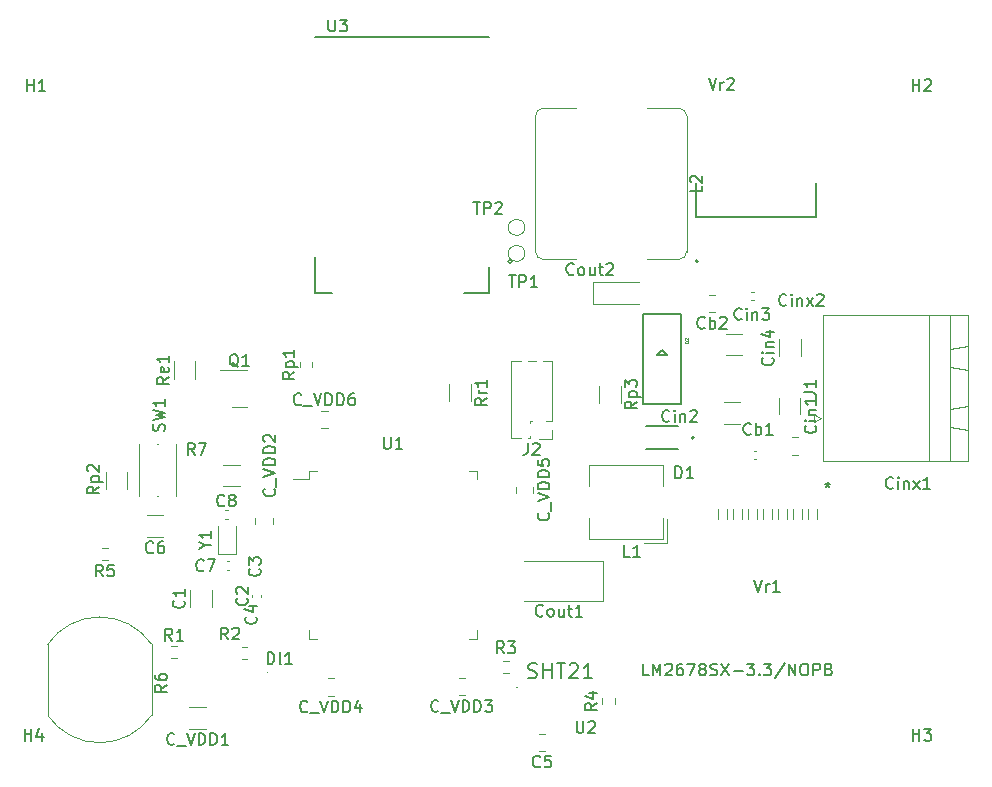
<source format=gbr>
%TF.GenerationSoftware,KiCad,Pcbnew,(6.0.6)*%
%TF.CreationDate,2022-08-28T11:43:10+01:00*%
%TF.ProjectId,task,7461736b-2e6b-4696-9361-645f70636258,rev?*%
%TF.SameCoordinates,Original*%
%TF.FileFunction,Legend,Top*%
%TF.FilePolarity,Positive*%
%FSLAX46Y46*%
G04 Gerber Fmt 4.6, Leading zero omitted, Abs format (unit mm)*
G04 Created by KiCad (PCBNEW (6.0.6)) date 2022-08-28 11:43:10*
%MOMM*%
%LPD*%
G01*
G04 APERTURE LIST*
%ADD10C,0.150000*%
%ADD11C,0.080091*%
%ADD12C,0.120000*%
%ADD13C,0.100000*%
%ADD14C,0.127000*%
%ADD15C,0.203200*%
%ADD16C,0.200000*%
G04 APERTURE END LIST*
D10*
%TO.C,L2*%
X183902380Y-92766666D02*
X183902380Y-93242857D01*
X182902380Y-93242857D01*
X182997619Y-92480952D02*
X182950000Y-92433333D01*
X182902380Y-92338095D01*
X182902380Y-92100000D01*
X182950000Y-92004761D01*
X182997619Y-91957142D01*
X183092857Y-91909523D01*
X183188095Y-91909523D01*
X183330952Y-91957142D01*
X183902380Y-92528571D01*
X183902380Y-91909523D01*
%TO.C,C_VDD5*%
X170887142Y-120476190D02*
X170934761Y-120523809D01*
X170982380Y-120666666D01*
X170982380Y-120761904D01*
X170934761Y-120904761D01*
X170839523Y-121000000D01*
X170744285Y-121047619D01*
X170553809Y-121095238D01*
X170410952Y-121095238D01*
X170220476Y-121047619D01*
X170125238Y-121000000D01*
X170030000Y-120904761D01*
X169982380Y-120761904D01*
X169982380Y-120666666D01*
X170030000Y-120523809D01*
X170077619Y-120476190D01*
X171077619Y-120285714D02*
X171077619Y-119523809D01*
X169982380Y-119428571D02*
X170982380Y-119095238D01*
X169982380Y-118761904D01*
X170982380Y-118428571D02*
X169982380Y-118428571D01*
X169982380Y-118190476D01*
X170030000Y-118047619D01*
X170125238Y-117952380D01*
X170220476Y-117904761D01*
X170410952Y-117857142D01*
X170553809Y-117857142D01*
X170744285Y-117904761D01*
X170839523Y-117952380D01*
X170934761Y-118047619D01*
X170982380Y-118190476D01*
X170982380Y-118428571D01*
X170982380Y-117428571D02*
X169982380Y-117428571D01*
X169982380Y-117190476D01*
X170030000Y-117047619D01*
X170125238Y-116952380D01*
X170220476Y-116904761D01*
X170410952Y-116857142D01*
X170553809Y-116857142D01*
X170744285Y-116904761D01*
X170839523Y-116952380D01*
X170934761Y-117047619D01*
X170982380Y-117190476D01*
X170982380Y-117428571D01*
X169982380Y-115952380D02*
X169982380Y-116428571D01*
X170458571Y-116476190D01*
X170410952Y-116428571D01*
X170363333Y-116333333D01*
X170363333Y-116095238D01*
X170410952Y-116000000D01*
X170458571Y-115952380D01*
X170553809Y-115904761D01*
X170791904Y-115904761D01*
X170887142Y-115952380D01*
X170934761Y-116000000D01*
X170982380Y-116095238D01*
X170982380Y-116333333D01*
X170934761Y-116428571D01*
X170887142Y-116476190D01*
%TO.C,Cout1*%
X170435357Y-129147142D02*
X170387738Y-129194761D01*
X170244880Y-129242380D01*
X170149642Y-129242380D01*
X170006785Y-129194761D01*
X169911547Y-129099523D01*
X169863928Y-129004285D01*
X169816309Y-128813809D01*
X169816309Y-128670952D01*
X169863928Y-128480476D01*
X169911547Y-128385238D01*
X170006785Y-128290000D01*
X170149642Y-128242380D01*
X170244880Y-128242380D01*
X170387738Y-128290000D01*
X170435357Y-128337619D01*
X171006785Y-129242380D02*
X170911547Y-129194761D01*
X170863928Y-129147142D01*
X170816309Y-129051904D01*
X170816309Y-128766190D01*
X170863928Y-128670952D01*
X170911547Y-128623333D01*
X171006785Y-128575714D01*
X171149642Y-128575714D01*
X171244880Y-128623333D01*
X171292500Y-128670952D01*
X171340119Y-128766190D01*
X171340119Y-129051904D01*
X171292500Y-129147142D01*
X171244880Y-129194761D01*
X171149642Y-129242380D01*
X171006785Y-129242380D01*
X172197261Y-128575714D02*
X172197261Y-129242380D01*
X171768690Y-128575714D02*
X171768690Y-129099523D01*
X171816309Y-129194761D01*
X171911547Y-129242380D01*
X172054404Y-129242380D01*
X172149642Y-129194761D01*
X172197261Y-129147142D01*
X172530595Y-128575714D02*
X172911547Y-128575714D01*
X172673452Y-128242380D02*
X172673452Y-129099523D01*
X172721071Y-129194761D01*
X172816309Y-129242380D01*
X172911547Y-129242380D01*
X173768690Y-129242380D02*
X173197261Y-129242380D01*
X173482976Y-129242380D02*
X173482976Y-128242380D01*
X173387738Y-128385238D01*
X173292500Y-128480476D01*
X173197261Y-128528095D01*
%TO.C,Cinx2*%
X191048095Y-102847142D02*
X191000476Y-102894761D01*
X190857619Y-102942380D01*
X190762380Y-102942380D01*
X190619523Y-102894761D01*
X190524285Y-102799523D01*
X190476666Y-102704285D01*
X190429047Y-102513809D01*
X190429047Y-102370952D01*
X190476666Y-102180476D01*
X190524285Y-102085238D01*
X190619523Y-101990000D01*
X190762380Y-101942380D01*
X190857619Y-101942380D01*
X191000476Y-101990000D01*
X191048095Y-102037619D01*
X191476666Y-102942380D02*
X191476666Y-102275714D01*
X191476666Y-101942380D02*
X191429047Y-101990000D01*
X191476666Y-102037619D01*
X191524285Y-101990000D01*
X191476666Y-101942380D01*
X191476666Y-102037619D01*
X191952857Y-102275714D02*
X191952857Y-102942380D01*
X191952857Y-102370952D02*
X192000476Y-102323333D01*
X192095714Y-102275714D01*
X192238571Y-102275714D01*
X192333809Y-102323333D01*
X192381428Y-102418571D01*
X192381428Y-102942380D01*
X192762380Y-102942380D02*
X193286190Y-102275714D01*
X192762380Y-102275714D02*
X193286190Y-102942380D01*
X193619523Y-102037619D02*
X193667142Y-101990000D01*
X193762380Y-101942380D01*
X194000476Y-101942380D01*
X194095714Y-101990000D01*
X194143333Y-102037619D01*
X194190952Y-102132857D01*
X194190952Y-102228095D01*
X194143333Y-102370952D01*
X193571904Y-102942380D01*
X194190952Y-102942380D01*
%TO.C,Dl1*%
X147130000Y-133272380D02*
X147130000Y-132272380D01*
X147368095Y-132272380D01*
X147510952Y-132320000D01*
X147606190Y-132415238D01*
X147653809Y-132510476D01*
X147701428Y-132700952D01*
X147701428Y-132843809D01*
X147653809Y-133034285D01*
X147606190Y-133129523D01*
X147510952Y-133224761D01*
X147368095Y-133272380D01*
X147130000Y-133272380D01*
X148272857Y-133272380D02*
X148177619Y-133224761D01*
X148130000Y-133129523D01*
X148130000Y-132272380D01*
X149177619Y-133272380D02*
X148606190Y-133272380D01*
X148891904Y-133272380D02*
X148891904Y-132272380D01*
X148796666Y-132415238D01*
X148701428Y-132510476D01*
X148606190Y-132558095D01*
%TO.C,H1*%
X126738095Y-84752380D02*
X126738095Y-83752380D01*
X126738095Y-84228571D02*
X127309523Y-84228571D01*
X127309523Y-84752380D02*
X127309523Y-83752380D01*
X128309523Y-84752380D02*
X127738095Y-84752380D01*
X128023809Y-84752380D02*
X128023809Y-83752380D01*
X127928571Y-83895238D01*
X127833333Y-83990476D01*
X127738095Y-84038095D01*
%TO.C,Cin3*%
X187262857Y-104027142D02*
X187215238Y-104074761D01*
X187072380Y-104122380D01*
X186977142Y-104122380D01*
X186834285Y-104074761D01*
X186739047Y-103979523D01*
X186691428Y-103884285D01*
X186643809Y-103693809D01*
X186643809Y-103550952D01*
X186691428Y-103360476D01*
X186739047Y-103265238D01*
X186834285Y-103170000D01*
X186977142Y-103122380D01*
X187072380Y-103122380D01*
X187215238Y-103170000D01*
X187262857Y-103217619D01*
X187691428Y-104122380D02*
X187691428Y-103455714D01*
X187691428Y-103122380D02*
X187643809Y-103170000D01*
X187691428Y-103217619D01*
X187739047Y-103170000D01*
X187691428Y-103122380D01*
X187691428Y-103217619D01*
X188167619Y-103455714D02*
X188167619Y-104122380D01*
X188167619Y-103550952D02*
X188215238Y-103503333D01*
X188310476Y-103455714D01*
X188453333Y-103455714D01*
X188548571Y-103503333D01*
X188596190Y-103598571D01*
X188596190Y-104122380D01*
X188977142Y-103122380D02*
X189596190Y-103122380D01*
X189262857Y-103503333D01*
X189405714Y-103503333D01*
X189500952Y-103550952D01*
X189548571Y-103598571D01*
X189596190Y-103693809D01*
X189596190Y-103931904D01*
X189548571Y-104027142D01*
X189500952Y-104074761D01*
X189405714Y-104122380D01*
X189120000Y-104122380D01*
X189024761Y-104074761D01*
X188977142Y-104027142D01*
%TO.C,Cout2*%
X173042857Y-100237142D02*
X172995238Y-100284761D01*
X172852380Y-100332380D01*
X172757142Y-100332380D01*
X172614285Y-100284761D01*
X172519047Y-100189523D01*
X172471428Y-100094285D01*
X172423809Y-99903809D01*
X172423809Y-99760952D01*
X172471428Y-99570476D01*
X172519047Y-99475238D01*
X172614285Y-99380000D01*
X172757142Y-99332380D01*
X172852380Y-99332380D01*
X172995238Y-99380000D01*
X173042857Y-99427619D01*
X173614285Y-100332380D02*
X173519047Y-100284761D01*
X173471428Y-100237142D01*
X173423809Y-100141904D01*
X173423809Y-99856190D01*
X173471428Y-99760952D01*
X173519047Y-99713333D01*
X173614285Y-99665714D01*
X173757142Y-99665714D01*
X173852380Y-99713333D01*
X173900000Y-99760952D01*
X173947619Y-99856190D01*
X173947619Y-100141904D01*
X173900000Y-100237142D01*
X173852380Y-100284761D01*
X173757142Y-100332380D01*
X173614285Y-100332380D01*
X174804761Y-99665714D02*
X174804761Y-100332380D01*
X174376190Y-99665714D02*
X174376190Y-100189523D01*
X174423809Y-100284761D01*
X174519047Y-100332380D01*
X174661904Y-100332380D01*
X174757142Y-100284761D01*
X174804761Y-100237142D01*
X175138095Y-99665714D02*
X175519047Y-99665714D01*
X175280952Y-99332380D02*
X175280952Y-100189523D01*
X175328571Y-100284761D01*
X175423809Y-100332380D01*
X175519047Y-100332380D01*
X175804761Y-99427619D02*
X175852380Y-99380000D01*
X175947619Y-99332380D01*
X176185714Y-99332380D01*
X176280952Y-99380000D01*
X176328571Y-99427619D01*
X176376190Y-99522857D01*
X176376190Y-99618095D01*
X176328571Y-99760952D01*
X175757142Y-100332380D01*
X176376190Y-100332380D01*
%TO.C,H2*%
X201738095Y-84752380D02*
X201738095Y-83752380D01*
X201738095Y-84228571D02*
X202309523Y-84228571D01*
X202309523Y-84752380D02*
X202309523Y-83752380D01*
X202738095Y-83847619D02*
X202785714Y-83800000D01*
X202880952Y-83752380D01*
X203119047Y-83752380D01*
X203214285Y-83800000D01*
X203261904Y-83847619D01*
X203309523Y-83942857D01*
X203309523Y-84038095D01*
X203261904Y-84180952D01*
X202690476Y-84752380D01*
X203309523Y-84752380D01*
%TO.C,C6*%
X137423333Y-123787142D02*
X137375714Y-123834761D01*
X137232857Y-123882380D01*
X137137619Y-123882380D01*
X136994761Y-123834761D01*
X136899523Y-123739523D01*
X136851904Y-123644285D01*
X136804285Y-123453809D01*
X136804285Y-123310952D01*
X136851904Y-123120476D01*
X136899523Y-123025238D01*
X136994761Y-122930000D01*
X137137619Y-122882380D01*
X137232857Y-122882380D01*
X137375714Y-122930000D01*
X137423333Y-122977619D01*
X138280476Y-122882380D02*
X138090000Y-122882380D01*
X137994761Y-122930000D01*
X137947142Y-122977619D01*
X137851904Y-123120476D01*
X137804285Y-123310952D01*
X137804285Y-123691904D01*
X137851904Y-123787142D01*
X137899523Y-123834761D01*
X137994761Y-123882380D01*
X138185238Y-123882380D01*
X138280476Y-123834761D01*
X138328095Y-123787142D01*
X138375714Y-123691904D01*
X138375714Y-123453809D01*
X138328095Y-123358571D01*
X138280476Y-123310952D01*
X138185238Y-123263333D01*
X137994761Y-123263333D01*
X137899523Y-123310952D01*
X137851904Y-123358571D01*
X137804285Y-123453809D01*
%TO.C,C5*%
X170203333Y-141917142D02*
X170155714Y-141964761D01*
X170012857Y-142012380D01*
X169917619Y-142012380D01*
X169774761Y-141964761D01*
X169679523Y-141869523D01*
X169631904Y-141774285D01*
X169584285Y-141583809D01*
X169584285Y-141440952D01*
X169631904Y-141250476D01*
X169679523Y-141155238D01*
X169774761Y-141060000D01*
X169917619Y-141012380D01*
X170012857Y-141012380D01*
X170155714Y-141060000D01*
X170203333Y-141107619D01*
X171108095Y-141012380D02*
X170631904Y-141012380D01*
X170584285Y-141488571D01*
X170631904Y-141440952D01*
X170727142Y-141393333D01*
X170965238Y-141393333D01*
X171060476Y-141440952D01*
X171108095Y-141488571D01*
X171155714Y-141583809D01*
X171155714Y-141821904D01*
X171108095Y-141917142D01*
X171060476Y-141964761D01*
X170965238Y-142012380D01*
X170727142Y-142012380D01*
X170631904Y-141964761D01*
X170584285Y-141917142D01*
%TO.C,C_VDD6*%
X149963809Y-111257142D02*
X149916190Y-111304761D01*
X149773333Y-111352380D01*
X149678095Y-111352380D01*
X149535238Y-111304761D01*
X149440000Y-111209523D01*
X149392380Y-111114285D01*
X149344761Y-110923809D01*
X149344761Y-110780952D01*
X149392380Y-110590476D01*
X149440000Y-110495238D01*
X149535238Y-110400000D01*
X149678095Y-110352380D01*
X149773333Y-110352380D01*
X149916190Y-110400000D01*
X149963809Y-110447619D01*
X150154285Y-111447619D02*
X150916190Y-111447619D01*
X151011428Y-110352380D02*
X151344761Y-111352380D01*
X151678095Y-110352380D01*
X152011428Y-111352380D02*
X152011428Y-110352380D01*
X152249523Y-110352380D01*
X152392380Y-110400000D01*
X152487619Y-110495238D01*
X152535238Y-110590476D01*
X152582857Y-110780952D01*
X152582857Y-110923809D01*
X152535238Y-111114285D01*
X152487619Y-111209523D01*
X152392380Y-111304761D01*
X152249523Y-111352380D01*
X152011428Y-111352380D01*
X153011428Y-111352380D02*
X153011428Y-110352380D01*
X153249523Y-110352380D01*
X153392380Y-110400000D01*
X153487619Y-110495238D01*
X153535238Y-110590476D01*
X153582857Y-110780952D01*
X153582857Y-110923809D01*
X153535238Y-111114285D01*
X153487619Y-111209523D01*
X153392380Y-111304761D01*
X153249523Y-111352380D01*
X153011428Y-111352380D01*
X154440000Y-110352380D02*
X154249523Y-110352380D01*
X154154285Y-110400000D01*
X154106666Y-110447619D01*
X154011428Y-110590476D01*
X153963809Y-110780952D01*
X153963809Y-111161904D01*
X154011428Y-111257142D01*
X154059047Y-111304761D01*
X154154285Y-111352380D01*
X154344761Y-111352380D01*
X154440000Y-111304761D01*
X154487619Y-111257142D01*
X154535238Y-111161904D01*
X154535238Y-110923809D01*
X154487619Y-110828571D01*
X154440000Y-110780952D01*
X154344761Y-110733333D01*
X154154285Y-110733333D01*
X154059047Y-110780952D01*
X154011428Y-110828571D01*
X153963809Y-110923809D01*
%TO.C,Cinx1*%
X200078095Y-118337142D02*
X200030476Y-118384761D01*
X199887619Y-118432380D01*
X199792380Y-118432380D01*
X199649523Y-118384761D01*
X199554285Y-118289523D01*
X199506666Y-118194285D01*
X199459047Y-118003809D01*
X199459047Y-117860952D01*
X199506666Y-117670476D01*
X199554285Y-117575238D01*
X199649523Y-117480000D01*
X199792380Y-117432380D01*
X199887619Y-117432380D01*
X200030476Y-117480000D01*
X200078095Y-117527619D01*
X200506666Y-118432380D02*
X200506666Y-117765714D01*
X200506666Y-117432380D02*
X200459047Y-117480000D01*
X200506666Y-117527619D01*
X200554285Y-117480000D01*
X200506666Y-117432380D01*
X200506666Y-117527619D01*
X200982857Y-117765714D02*
X200982857Y-118432380D01*
X200982857Y-117860952D02*
X201030476Y-117813333D01*
X201125714Y-117765714D01*
X201268571Y-117765714D01*
X201363809Y-117813333D01*
X201411428Y-117908571D01*
X201411428Y-118432380D01*
X201792380Y-118432380D02*
X202316190Y-117765714D01*
X201792380Y-117765714D02*
X202316190Y-118432380D01*
X203220952Y-118432380D02*
X202649523Y-118432380D01*
X202935238Y-118432380D02*
X202935238Y-117432380D01*
X202840000Y-117575238D01*
X202744761Y-117670476D01*
X202649523Y-117718095D01*
%TO.C,Q1*%
X144644761Y-108107619D02*
X144549523Y-108060000D01*
X144454285Y-107964761D01*
X144311428Y-107821904D01*
X144216190Y-107774285D01*
X144120952Y-107774285D01*
X144168571Y-108012380D02*
X144073333Y-107964761D01*
X143978095Y-107869523D01*
X143930476Y-107679047D01*
X143930476Y-107345714D01*
X143978095Y-107155238D01*
X144073333Y-107060000D01*
X144168571Y-107012380D01*
X144359047Y-107012380D01*
X144454285Y-107060000D01*
X144549523Y-107155238D01*
X144597142Y-107345714D01*
X144597142Y-107679047D01*
X144549523Y-107869523D01*
X144454285Y-107964761D01*
X144359047Y-108012380D01*
X144168571Y-108012380D01*
X145549523Y-108012380D02*
X144978095Y-108012380D01*
X145263809Y-108012380D02*
X145263809Y-107012380D01*
X145168571Y-107155238D01*
X145073333Y-107250476D01*
X144978095Y-107298095D01*
%TO.C,U1*%
X156958095Y-114042380D02*
X156958095Y-114851904D01*
X157005714Y-114947142D01*
X157053333Y-114994761D01*
X157148571Y-115042380D01*
X157339047Y-115042380D01*
X157434285Y-114994761D01*
X157481904Y-114947142D01*
X157529523Y-114851904D01*
X157529523Y-114042380D01*
X158529523Y-115042380D02*
X157958095Y-115042380D01*
X158243809Y-115042380D02*
X158243809Y-114042380D01*
X158148571Y-114185238D01*
X158053333Y-114280476D01*
X157958095Y-114328095D01*
%TO.C,U3*%
X152273077Y-78698033D02*
X152273077Y-79509711D01*
X152320823Y-79605203D01*
X152368569Y-79652948D01*
X152464060Y-79700694D01*
X152655043Y-79700694D01*
X152750535Y-79652948D01*
X152798281Y-79605203D01*
X152846026Y-79509711D01*
X152846026Y-78698033D01*
X153227993Y-78698033D02*
X153848687Y-78698033D01*
X153514467Y-79079999D01*
X153657704Y-79079999D01*
X153753196Y-79127745D01*
X153800942Y-79175491D01*
X153848687Y-79270982D01*
X153848687Y-79509711D01*
X153800942Y-79605203D01*
X153753196Y-79652948D01*
X153657704Y-79700694D01*
X153371230Y-79700694D01*
X153275738Y-79652948D01*
X153227993Y-79605203D01*
%TO.C,Rp2*%
X132852380Y-118239047D02*
X132376190Y-118572380D01*
X132852380Y-118810476D02*
X131852380Y-118810476D01*
X131852380Y-118429523D01*
X131900000Y-118334285D01*
X131947619Y-118286666D01*
X132042857Y-118239047D01*
X132185714Y-118239047D01*
X132280952Y-118286666D01*
X132328571Y-118334285D01*
X132376190Y-118429523D01*
X132376190Y-118810476D01*
X132185714Y-117810476D02*
X133185714Y-117810476D01*
X132233333Y-117810476D02*
X132185714Y-117715238D01*
X132185714Y-117524761D01*
X132233333Y-117429523D01*
X132280952Y-117381904D01*
X132376190Y-117334285D01*
X132661904Y-117334285D01*
X132757142Y-117381904D01*
X132804761Y-117429523D01*
X132852380Y-117524761D01*
X132852380Y-117715238D01*
X132804761Y-117810476D01*
X131947619Y-116953333D02*
X131900000Y-116905714D01*
X131852380Y-116810476D01*
X131852380Y-116572380D01*
X131900000Y-116477142D01*
X131947619Y-116429523D01*
X132042857Y-116381904D01*
X132138095Y-116381904D01*
X132280952Y-116429523D01*
X132852380Y-117000952D01*
X132852380Y-116381904D01*
%TO.C,C8*%
X143453333Y-119817142D02*
X143405714Y-119864761D01*
X143262857Y-119912380D01*
X143167619Y-119912380D01*
X143024761Y-119864761D01*
X142929523Y-119769523D01*
X142881904Y-119674285D01*
X142834285Y-119483809D01*
X142834285Y-119340952D01*
X142881904Y-119150476D01*
X142929523Y-119055238D01*
X143024761Y-118960000D01*
X143167619Y-118912380D01*
X143262857Y-118912380D01*
X143405714Y-118960000D01*
X143453333Y-119007619D01*
X144024761Y-119340952D02*
X143929523Y-119293333D01*
X143881904Y-119245714D01*
X143834285Y-119150476D01*
X143834285Y-119102857D01*
X143881904Y-119007619D01*
X143929523Y-118960000D01*
X144024761Y-118912380D01*
X144215238Y-118912380D01*
X144310476Y-118960000D01*
X144358095Y-119007619D01*
X144405714Y-119102857D01*
X144405714Y-119150476D01*
X144358095Y-119245714D01*
X144310476Y-119293333D01*
X144215238Y-119340952D01*
X144024761Y-119340952D01*
X143929523Y-119388571D01*
X143881904Y-119436190D01*
X143834285Y-119531428D01*
X143834285Y-119721904D01*
X143881904Y-119817142D01*
X143929523Y-119864761D01*
X144024761Y-119912380D01*
X144215238Y-119912380D01*
X144310476Y-119864761D01*
X144358095Y-119817142D01*
X144405714Y-119721904D01*
X144405714Y-119531428D01*
X144358095Y-119436190D01*
X144310476Y-119388571D01*
X144215238Y-119340952D01*
%TO.C,Re1*%
X138732380Y-108957738D02*
X138256190Y-109291071D01*
X138732380Y-109529166D02*
X137732380Y-109529166D01*
X137732380Y-109148214D01*
X137780000Y-109052976D01*
X137827619Y-109005357D01*
X137922857Y-108957738D01*
X138065714Y-108957738D01*
X138160952Y-109005357D01*
X138208571Y-109052976D01*
X138256190Y-109148214D01*
X138256190Y-109529166D01*
X138684761Y-108148214D02*
X138732380Y-108243452D01*
X138732380Y-108433928D01*
X138684761Y-108529166D01*
X138589523Y-108576785D01*
X138208571Y-108576785D01*
X138113333Y-108529166D01*
X138065714Y-108433928D01*
X138065714Y-108243452D01*
X138113333Y-108148214D01*
X138208571Y-108100595D01*
X138303809Y-108100595D01*
X138399047Y-108576785D01*
X138732380Y-107148214D02*
X138732380Y-107719642D01*
X138732380Y-107433928D02*
X137732380Y-107433928D01*
X137875238Y-107529166D01*
X137970476Y-107624404D01*
X138018095Y-107719642D01*
%TO.C,R5*%
X133183333Y-125842380D02*
X132850000Y-125366190D01*
X132611904Y-125842380D02*
X132611904Y-124842380D01*
X132992857Y-124842380D01*
X133088095Y-124890000D01*
X133135714Y-124937619D01*
X133183333Y-125032857D01*
X133183333Y-125175714D01*
X133135714Y-125270952D01*
X133088095Y-125318571D01*
X132992857Y-125366190D01*
X132611904Y-125366190D01*
X134088095Y-124842380D02*
X133611904Y-124842380D01*
X133564285Y-125318571D01*
X133611904Y-125270952D01*
X133707142Y-125223333D01*
X133945238Y-125223333D01*
X134040476Y-125270952D01*
X134088095Y-125318571D01*
X134135714Y-125413809D01*
X134135714Y-125651904D01*
X134088095Y-125747142D01*
X134040476Y-125794761D01*
X133945238Y-125842380D01*
X133707142Y-125842380D01*
X133611904Y-125794761D01*
X133564285Y-125747142D01*
%TO.C,C4*%
X146107142Y-129246666D02*
X146154761Y-129294285D01*
X146202380Y-129437142D01*
X146202380Y-129532380D01*
X146154761Y-129675238D01*
X146059523Y-129770476D01*
X145964285Y-129818095D01*
X145773809Y-129865714D01*
X145630952Y-129865714D01*
X145440476Y-129818095D01*
X145345238Y-129770476D01*
X145250000Y-129675238D01*
X145202380Y-129532380D01*
X145202380Y-129437142D01*
X145250000Y-129294285D01*
X145297619Y-129246666D01*
X145535714Y-128389523D02*
X146202380Y-128389523D01*
X145154761Y-128627619D02*
X145869047Y-128865714D01*
X145869047Y-128246666D01*
%TO.C,H4*%
X126538095Y-139752380D02*
X126538095Y-138752380D01*
X126538095Y-139228571D02*
X127109523Y-139228571D01*
X127109523Y-139752380D02*
X127109523Y-138752380D01*
X128014285Y-139085714D02*
X128014285Y-139752380D01*
X127776190Y-138704761D02*
X127538095Y-139419047D01*
X128157142Y-139419047D01*
%TO.C,R2*%
X143763333Y-131182380D02*
X143430000Y-130706190D01*
X143191904Y-131182380D02*
X143191904Y-130182380D01*
X143572857Y-130182380D01*
X143668095Y-130230000D01*
X143715714Y-130277619D01*
X143763333Y-130372857D01*
X143763333Y-130515714D01*
X143715714Y-130610952D01*
X143668095Y-130658571D01*
X143572857Y-130706190D01*
X143191904Y-130706190D01*
X144144285Y-130277619D02*
X144191904Y-130230000D01*
X144287142Y-130182380D01*
X144525238Y-130182380D01*
X144620476Y-130230000D01*
X144668095Y-130277619D01*
X144715714Y-130372857D01*
X144715714Y-130468095D01*
X144668095Y-130610952D01*
X144096666Y-131182380D01*
X144715714Y-131182380D01*
%TO.C,R7*%
X140943333Y-115562380D02*
X140610000Y-115086190D01*
X140371904Y-115562380D02*
X140371904Y-114562380D01*
X140752857Y-114562380D01*
X140848095Y-114610000D01*
X140895714Y-114657619D01*
X140943333Y-114752857D01*
X140943333Y-114895714D01*
X140895714Y-114990952D01*
X140848095Y-115038571D01*
X140752857Y-115086190D01*
X140371904Y-115086190D01*
X141276666Y-114562380D02*
X141943333Y-114562380D01*
X141514761Y-115562380D01*
%TO.C,C3*%
X146427142Y-125176666D02*
X146474761Y-125224285D01*
X146522380Y-125367142D01*
X146522380Y-125462380D01*
X146474761Y-125605238D01*
X146379523Y-125700476D01*
X146284285Y-125748095D01*
X146093809Y-125795714D01*
X145950952Y-125795714D01*
X145760476Y-125748095D01*
X145665238Y-125700476D01*
X145570000Y-125605238D01*
X145522380Y-125462380D01*
X145522380Y-125367142D01*
X145570000Y-125224285D01*
X145617619Y-125176666D01*
X145522380Y-124843333D02*
X145522380Y-124224285D01*
X145903333Y-124557619D01*
X145903333Y-124414761D01*
X145950952Y-124319523D01*
X145998571Y-124271904D01*
X146093809Y-124224285D01*
X146331904Y-124224285D01*
X146427142Y-124271904D01*
X146474761Y-124319523D01*
X146522380Y-124414761D01*
X146522380Y-124700476D01*
X146474761Y-124795714D01*
X146427142Y-124843333D01*
%TO.C,C_VDD4*%
X150493809Y-137257142D02*
X150446190Y-137304761D01*
X150303333Y-137352380D01*
X150208095Y-137352380D01*
X150065238Y-137304761D01*
X149970000Y-137209523D01*
X149922380Y-137114285D01*
X149874761Y-136923809D01*
X149874761Y-136780952D01*
X149922380Y-136590476D01*
X149970000Y-136495238D01*
X150065238Y-136400000D01*
X150208095Y-136352380D01*
X150303333Y-136352380D01*
X150446190Y-136400000D01*
X150493809Y-136447619D01*
X150684285Y-137447619D02*
X151446190Y-137447619D01*
X151541428Y-136352380D02*
X151874761Y-137352380D01*
X152208095Y-136352380D01*
X152541428Y-137352380D02*
X152541428Y-136352380D01*
X152779523Y-136352380D01*
X152922380Y-136400000D01*
X153017619Y-136495238D01*
X153065238Y-136590476D01*
X153112857Y-136780952D01*
X153112857Y-136923809D01*
X153065238Y-137114285D01*
X153017619Y-137209523D01*
X152922380Y-137304761D01*
X152779523Y-137352380D01*
X152541428Y-137352380D01*
X153541428Y-137352380D02*
X153541428Y-136352380D01*
X153779523Y-136352380D01*
X153922380Y-136400000D01*
X154017619Y-136495238D01*
X154065238Y-136590476D01*
X154112857Y-136780952D01*
X154112857Y-136923809D01*
X154065238Y-137114285D01*
X154017619Y-137209523D01*
X153922380Y-137304761D01*
X153779523Y-137352380D01*
X153541428Y-137352380D01*
X154970000Y-136685714D02*
X154970000Y-137352380D01*
X154731904Y-136304761D02*
X154493809Y-137019047D01*
X155112857Y-137019047D01*
%TO.C,R6*%
X138572380Y-135026666D02*
X138096190Y-135360000D01*
X138572380Y-135598095D02*
X137572380Y-135598095D01*
X137572380Y-135217142D01*
X137620000Y-135121904D01*
X137667619Y-135074285D01*
X137762857Y-135026666D01*
X137905714Y-135026666D01*
X138000952Y-135074285D01*
X138048571Y-135121904D01*
X138096190Y-135217142D01*
X138096190Y-135598095D01*
X137572380Y-134169523D02*
X137572380Y-134360000D01*
X137620000Y-134455238D01*
X137667619Y-134502857D01*
X137810476Y-134598095D01*
X138000952Y-134645714D01*
X138381904Y-134645714D01*
X138477142Y-134598095D01*
X138524761Y-134550476D01*
X138572380Y-134455238D01*
X138572380Y-134264761D01*
X138524761Y-134169523D01*
X138477142Y-134121904D01*
X138381904Y-134074285D01*
X138143809Y-134074285D01*
X138048571Y-134121904D01*
X138000952Y-134169523D01*
X137953333Y-134264761D01*
X137953333Y-134455238D01*
X138000952Y-134550476D01*
X138048571Y-134598095D01*
X138143809Y-134645714D01*
D11*
%TO.C,D2*%
X182755529Y-106110726D02*
X182435164Y-106110726D01*
X182435164Y-106034449D01*
X182450419Y-105988683D01*
X182480930Y-105958172D01*
X182511441Y-105942916D01*
X182572463Y-105927661D01*
X182618229Y-105927661D01*
X182679251Y-105942916D01*
X182709762Y-105958172D01*
X182740273Y-105988683D01*
X182755529Y-106034449D01*
X182755529Y-106110726D01*
X182465674Y-105805617D02*
X182450419Y-105790361D01*
X182435164Y-105759850D01*
X182435164Y-105683573D01*
X182450419Y-105653062D01*
X182465674Y-105637807D01*
X182496185Y-105622551D01*
X182526696Y-105622551D01*
X182572463Y-105637807D01*
X182755529Y-105820872D01*
X182755529Y-105622551D01*
D10*
%TO.C,J2*%
X169141666Y-114567380D02*
X169141666Y-115281666D01*
X169094047Y-115424523D01*
X168998809Y-115519761D01*
X168855952Y-115567380D01*
X168760714Y-115567380D01*
X169570238Y-114662619D02*
X169617857Y-114615000D01*
X169713095Y-114567380D01*
X169951190Y-114567380D01*
X170046428Y-114615000D01*
X170094047Y-114662619D01*
X170141666Y-114757857D01*
X170141666Y-114853095D01*
X170094047Y-114995952D01*
X169522619Y-115567380D01*
X170141666Y-115567380D01*
%TO.C,TP1*%
X167538095Y-100352380D02*
X168109523Y-100352380D01*
X167823809Y-101352380D02*
X167823809Y-100352380D01*
X168442857Y-101352380D02*
X168442857Y-100352380D01*
X168823809Y-100352380D01*
X168919047Y-100400000D01*
X168966666Y-100447619D01*
X169014285Y-100542857D01*
X169014285Y-100685714D01*
X168966666Y-100780952D01*
X168919047Y-100828571D01*
X168823809Y-100876190D01*
X168442857Y-100876190D01*
X169966666Y-101352380D02*
X169395238Y-101352380D01*
X169680952Y-101352380D02*
X169680952Y-100352380D01*
X169585714Y-100495238D01*
X169490476Y-100590476D01*
X169395238Y-100638095D01*
%TO.C,Cin1*%
X193497142Y-113077142D02*
X193544761Y-113124761D01*
X193592380Y-113267619D01*
X193592380Y-113362857D01*
X193544761Y-113505714D01*
X193449523Y-113600952D01*
X193354285Y-113648571D01*
X193163809Y-113696190D01*
X193020952Y-113696190D01*
X192830476Y-113648571D01*
X192735238Y-113600952D01*
X192640000Y-113505714D01*
X192592380Y-113362857D01*
X192592380Y-113267619D01*
X192640000Y-113124761D01*
X192687619Y-113077142D01*
X193592380Y-112648571D02*
X192925714Y-112648571D01*
X192592380Y-112648571D02*
X192640000Y-112696190D01*
X192687619Y-112648571D01*
X192640000Y-112600952D01*
X192592380Y-112648571D01*
X192687619Y-112648571D01*
X192925714Y-112172380D02*
X193592380Y-112172380D01*
X193020952Y-112172380D02*
X192973333Y-112124761D01*
X192925714Y-112029523D01*
X192925714Y-111886666D01*
X192973333Y-111791428D01*
X193068571Y-111743809D01*
X193592380Y-111743809D01*
X193592380Y-110743809D02*
X193592380Y-111315238D01*
X193592380Y-111029523D02*
X192592380Y-111029523D01*
X192735238Y-111124761D01*
X192830476Y-111220000D01*
X192878095Y-111315238D01*
%TO.C,Rp1*%
X149382380Y-108519047D02*
X148906190Y-108852380D01*
X149382380Y-109090476D02*
X148382380Y-109090476D01*
X148382380Y-108709523D01*
X148430000Y-108614285D01*
X148477619Y-108566666D01*
X148572857Y-108519047D01*
X148715714Y-108519047D01*
X148810952Y-108566666D01*
X148858571Y-108614285D01*
X148906190Y-108709523D01*
X148906190Y-109090476D01*
X148715714Y-108090476D02*
X149715714Y-108090476D01*
X148763333Y-108090476D02*
X148715714Y-107995238D01*
X148715714Y-107804761D01*
X148763333Y-107709523D01*
X148810952Y-107661904D01*
X148906190Y-107614285D01*
X149191904Y-107614285D01*
X149287142Y-107661904D01*
X149334761Y-107709523D01*
X149382380Y-107804761D01*
X149382380Y-107995238D01*
X149334761Y-108090476D01*
X149382380Y-106661904D02*
X149382380Y-107233333D01*
X149382380Y-106947619D02*
X148382380Y-106947619D01*
X148525238Y-107042857D01*
X148620476Y-107138095D01*
X148668095Y-107233333D01*
%TO.C,Vr1*%
X188330952Y-126142380D02*
X188664285Y-127142380D01*
X188997619Y-126142380D01*
X189330952Y-127142380D02*
X189330952Y-126475714D01*
X189330952Y-126666190D02*
X189378571Y-126570952D01*
X189426190Y-126523333D01*
X189521428Y-126475714D01*
X189616666Y-126475714D01*
X190473809Y-127142380D02*
X189902380Y-127142380D01*
X190188095Y-127142380D02*
X190188095Y-126142380D01*
X190092857Y-126285238D01*
X189997619Y-126380476D01*
X189902380Y-126428095D01*
X179380000Y-134232380D02*
X178903809Y-134232380D01*
X178903809Y-133232380D01*
X179713333Y-134232380D02*
X179713333Y-133232380D01*
X180046666Y-133946666D01*
X180380000Y-133232380D01*
X180380000Y-134232380D01*
X180808571Y-133327619D02*
X180856190Y-133280000D01*
X180951428Y-133232380D01*
X181189523Y-133232380D01*
X181284761Y-133280000D01*
X181332380Y-133327619D01*
X181380000Y-133422857D01*
X181380000Y-133518095D01*
X181332380Y-133660952D01*
X180760952Y-134232380D01*
X181380000Y-134232380D01*
X182237142Y-133232380D02*
X182046666Y-133232380D01*
X181951428Y-133280000D01*
X181903809Y-133327619D01*
X181808571Y-133470476D01*
X181760952Y-133660952D01*
X181760952Y-134041904D01*
X181808571Y-134137142D01*
X181856190Y-134184761D01*
X181951428Y-134232380D01*
X182141904Y-134232380D01*
X182237142Y-134184761D01*
X182284761Y-134137142D01*
X182332380Y-134041904D01*
X182332380Y-133803809D01*
X182284761Y-133708571D01*
X182237142Y-133660952D01*
X182141904Y-133613333D01*
X181951428Y-133613333D01*
X181856190Y-133660952D01*
X181808571Y-133708571D01*
X181760952Y-133803809D01*
X182665714Y-133232380D02*
X183332380Y-133232380D01*
X182903809Y-134232380D01*
X183856190Y-133660952D02*
X183760952Y-133613333D01*
X183713333Y-133565714D01*
X183665714Y-133470476D01*
X183665714Y-133422857D01*
X183713333Y-133327619D01*
X183760952Y-133280000D01*
X183856190Y-133232380D01*
X184046666Y-133232380D01*
X184141904Y-133280000D01*
X184189523Y-133327619D01*
X184237142Y-133422857D01*
X184237142Y-133470476D01*
X184189523Y-133565714D01*
X184141904Y-133613333D01*
X184046666Y-133660952D01*
X183856190Y-133660952D01*
X183760952Y-133708571D01*
X183713333Y-133756190D01*
X183665714Y-133851428D01*
X183665714Y-134041904D01*
X183713333Y-134137142D01*
X183760952Y-134184761D01*
X183856190Y-134232380D01*
X184046666Y-134232380D01*
X184141904Y-134184761D01*
X184189523Y-134137142D01*
X184237142Y-134041904D01*
X184237142Y-133851428D01*
X184189523Y-133756190D01*
X184141904Y-133708571D01*
X184046666Y-133660952D01*
X184618095Y-134184761D02*
X184760952Y-134232380D01*
X184999047Y-134232380D01*
X185094285Y-134184761D01*
X185141904Y-134137142D01*
X185189523Y-134041904D01*
X185189523Y-133946666D01*
X185141904Y-133851428D01*
X185094285Y-133803809D01*
X184999047Y-133756190D01*
X184808571Y-133708571D01*
X184713333Y-133660952D01*
X184665714Y-133613333D01*
X184618095Y-133518095D01*
X184618095Y-133422857D01*
X184665714Y-133327619D01*
X184713333Y-133280000D01*
X184808571Y-133232380D01*
X185046666Y-133232380D01*
X185189523Y-133280000D01*
X185522857Y-133232380D02*
X186189523Y-134232380D01*
X186189523Y-133232380D02*
X185522857Y-134232380D01*
X186570476Y-133851428D02*
X187332380Y-133851428D01*
X187713333Y-133232380D02*
X188332380Y-133232380D01*
X187999047Y-133613333D01*
X188141904Y-133613333D01*
X188237142Y-133660952D01*
X188284761Y-133708571D01*
X188332380Y-133803809D01*
X188332380Y-134041904D01*
X188284761Y-134137142D01*
X188237142Y-134184761D01*
X188141904Y-134232380D01*
X187856190Y-134232380D01*
X187760952Y-134184761D01*
X187713333Y-134137142D01*
X188760952Y-134137142D02*
X188808571Y-134184761D01*
X188760952Y-134232380D01*
X188713333Y-134184761D01*
X188760952Y-134137142D01*
X188760952Y-134232380D01*
X189141904Y-133232380D02*
X189760952Y-133232380D01*
X189427619Y-133613333D01*
X189570476Y-133613333D01*
X189665714Y-133660952D01*
X189713333Y-133708571D01*
X189760952Y-133803809D01*
X189760952Y-134041904D01*
X189713333Y-134137142D01*
X189665714Y-134184761D01*
X189570476Y-134232380D01*
X189284761Y-134232380D01*
X189189523Y-134184761D01*
X189141904Y-134137142D01*
X190903809Y-133184761D02*
X190046666Y-134470476D01*
X191237142Y-134232380D02*
X191237142Y-133232380D01*
X191808571Y-134232380D01*
X191808571Y-133232380D01*
X192475238Y-133232380D02*
X192665714Y-133232380D01*
X192760952Y-133280000D01*
X192856190Y-133375238D01*
X192903809Y-133565714D01*
X192903809Y-133899047D01*
X192856190Y-134089523D01*
X192760952Y-134184761D01*
X192665714Y-134232380D01*
X192475238Y-134232380D01*
X192380000Y-134184761D01*
X192284761Y-134089523D01*
X192237142Y-133899047D01*
X192237142Y-133565714D01*
X192284761Y-133375238D01*
X192380000Y-133280000D01*
X192475238Y-133232380D01*
X193332380Y-134232380D02*
X193332380Y-133232380D01*
X193713333Y-133232380D01*
X193808571Y-133280000D01*
X193856190Y-133327619D01*
X193903809Y-133422857D01*
X193903809Y-133565714D01*
X193856190Y-133660952D01*
X193808571Y-133708571D01*
X193713333Y-133756190D01*
X193332380Y-133756190D01*
X194665714Y-133708571D02*
X194808571Y-133756190D01*
X194856190Y-133803809D01*
X194903809Y-133899047D01*
X194903809Y-134041904D01*
X194856190Y-134137142D01*
X194808571Y-134184761D01*
X194713333Y-134232380D01*
X194332380Y-134232380D01*
X194332380Y-133232380D01*
X194665714Y-133232380D01*
X194760952Y-133280000D01*
X194808571Y-133327619D01*
X194856190Y-133422857D01*
X194856190Y-133518095D01*
X194808571Y-133613333D01*
X194760952Y-133660952D01*
X194665714Y-133708571D01*
X194332380Y-133708571D01*
X194530000Y-117861980D02*
X194530000Y-118100076D01*
X194291904Y-118004838D02*
X194530000Y-118100076D01*
X194768095Y-118004838D01*
X194387142Y-118290552D02*
X194530000Y-118100076D01*
X194672857Y-118290552D01*
X194530000Y-117861980D02*
X194530000Y-118100076D01*
X194291904Y-118004838D02*
X194530000Y-118100076D01*
X194768095Y-118004838D01*
X194387142Y-118290552D02*
X194530000Y-118100076D01*
X194672857Y-118290552D01*
%TO.C,J1*%
X192524880Y-110233333D02*
X193239166Y-110233333D01*
X193382023Y-110280952D01*
X193477261Y-110376190D01*
X193524880Y-110519047D01*
X193524880Y-110614285D01*
X193524880Y-109233333D02*
X193524880Y-109804761D01*
X193524880Y-109519047D02*
X192524880Y-109519047D01*
X192667738Y-109614285D01*
X192762976Y-109709523D01*
X192810595Y-109804761D01*
%TO.C,C7*%
X141703333Y-125317142D02*
X141655714Y-125364761D01*
X141512857Y-125412380D01*
X141417619Y-125412380D01*
X141274761Y-125364761D01*
X141179523Y-125269523D01*
X141131904Y-125174285D01*
X141084285Y-124983809D01*
X141084285Y-124840952D01*
X141131904Y-124650476D01*
X141179523Y-124555238D01*
X141274761Y-124460000D01*
X141417619Y-124412380D01*
X141512857Y-124412380D01*
X141655714Y-124460000D01*
X141703333Y-124507619D01*
X142036666Y-124412380D02*
X142703333Y-124412380D01*
X142274761Y-125412380D01*
%TO.C,Vr2*%
X184455952Y-83647380D02*
X184789285Y-84647380D01*
X185122619Y-83647380D01*
X185455952Y-84647380D02*
X185455952Y-83980714D01*
X185455952Y-84171190D02*
X185503571Y-84075952D01*
X185551190Y-84028333D01*
X185646428Y-83980714D01*
X185741666Y-83980714D01*
X186027380Y-83742619D02*
X186075000Y-83695000D01*
X186170238Y-83647380D01*
X186408333Y-83647380D01*
X186503571Y-83695000D01*
X186551190Y-83742619D01*
X186598809Y-83837857D01*
X186598809Y-83933095D01*
X186551190Y-84075952D01*
X185979761Y-84647380D01*
X186598809Y-84647380D01*
%TO.C,C1*%
X140007142Y-127896666D02*
X140054761Y-127944285D01*
X140102380Y-128087142D01*
X140102380Y-128182380D01*
X140054761Y-128325238D01*
X139959523Y-128420476D01*
X139864285Y-128468095D01*
X139673809Y-128515714D01*
X139530952Y-128515714D01*
X139340476Y-128468095D01*
X139245238Y-128420476D01*
X139150000Y-128325238D01*
X139102380Y-128182380D01*
X139102380Y-128087142D01*
X139150000Y-127944285D01*
X139197619Y-127896666D01*
X140102380Y-126944285D02*
X140102380Y-127515714D01*
X140102380Y-127230000D02*
X139102380Y-127230000D01*
X139245238Y-127325238D01*
X139340476Y-127420476D01*
X139388095Y-127515714D01*
%TO.C,H3*%
X201738095Y-139752380D02*
X201738095Y-138752380D01*
X201738095Y-139228571D02*
X202309523Y-139228571D01*
X202309523Y-139752380D02*
X202309523Y-138752380D01*
X202690476Y-138752380D02*
X203309523Y-138752380D01*
X202976190Y-139133333D01*
X203119047Y-139133333D01*
X203214285Y-139180952D01*
X203261904Y-139228571D01*
X203309523Y-139323809D01*
X203309523Y-139561904D01*
X203261904Y-139657142D01*
X203214285Y-139704761D01*
X203119047Y-139752380D01*
X202833333Y-139752380D01*
X202738095Y-139704761D01*
X202690476Y-139657142D01*
%TO.C,C_VDD2*%
X147677142Y-118436190D02*
X147724761Y-118483809D01*
X147772380Y-118626666D01*
X147772380Y-118721904D01*
X147724761Y-118864761D01*
X147629523Y-118960000D01*
X147534285Y-119007619D01*
X147343809Y-119055238D01*
X147200952Y-119055238D01*
X147010476Y-119007619D01*
X146915238Y-118960000D01*
X146820000Y-118864761D01*
X146772380Y-118721904D01*
X146772380Y-118626666D01*
X146820000Y-118483809D01*
X146867619Y-118436190D01*
X147867619Y-118245714D02*
X147867619Y-117483809D01*
X146772380Y-117388571D02*
X147772380Y-117055238D01*
X146772380Y-116721904D01*
X147772380Y-116388571D02*
X146772380Y-116388571D01*
X146772380Y-116150476D01*
X146820000Y-116007619D01*
X146915238Y-115912380D01*
X147010476Y-115864761D01*
X147200952Y-115817142D01*
X147343809Y-115817142D01*
X147534285Y-115864761D01*
X147629523Y-115912380D01*
X147724761Y-116007619D01*
X147772380Y-116150476D01*
X147772380Y-116388571D01*
X147772380Y-115388571D02*
X146772380Y-115388571D01*
X146772380Y-115150476D01*
X146820000Y-115007619D01*
X146915238Y-114912380D01*
X147010476Y-114864761D01*
X147200952Y-114817142D01*
X147343809Y-114817142D01*
X147534285Y-114864761D01*
X147629523Y-114912380D01*
X147724761Y-115007619D01*
X147772380Y-115150476D01*
X147772380Y-115388571D01*
X146867619Y-114436190D02*
X146820000Y-114388571D01*
X146772380Y-114293333D01*
X146772380Y-114055238D01*
X146820000Y-113960000D01*
X146867619Y-113912380D01*
X146962857Y-113864761D01*
X147058095Y-113864761D01*
X147200952Y-113912380D01*
X147772380Y-114483809D01*
X147772380Y-113864761D01*
%TO.C,Rp3*%
X178372380Y-111049047D02*
X177896190Y-111382380D01*
X178372380Y-111620476D02*
X177372380Y-111620476D01*
X177372380Y-111239523D01*
X177420000Y-111144285D01*
X177467619Y-111096666D01*
X177562857Y-111049047D01*
X177705714Y-111049047D01*
X177800952Y-111096666D01*
X177848571Y-111144285D01*
X177896190Y-111239523D01*
X177896190Y-111620476D01*
X177705714Y-110620476D02*
X178705714Y-110620476D01*
X177753333Y-110620476D02*
X177705714Y-110525238D01*
X177705714Y-110334761D01*
X177753333Y-110239523D01*
X177800952Y-110191904D01*
X177896190Y-110144285D01*
X178181904Y-110144285D01*
X178277142Y-110191904D01*
X178324761Y-110239523D01*
X178372380Y-110334761D01*
X178372380Y-110525238D01*
X178324761Y-110620476D01*
X177372380Y-109810952D02*
X177372380Y-109191904D01*
X177753333Y-109525238D01*
X177753333Y-109382380D01*
X177800952Y-109287142D01*
X177848571Y-109239523D01*
X177943809Y-109191904D01*
X178181904Y-109191904D01*
X178277142Y-109239523D01*
X178324761Y-109287142D01*
X178372380Y-109382380D01*
X178372380Y-109668095D01*
X178324761Y-109763333D01*
X178277142Y-109810952D01*
%TO.C,R3*%
X167133333Y-132352380D02*
X166800000Y-131876190D01*
X166561904Y-132352380D02*
X166561904Y-131352380D01*
X166942857Y-131352380D01*
X167038095Y-131400000D01*
X167085714Y-131447619D01*
X167133333Y-131542857D01*
X167133333Y-131685714D01*
X167085714Y-131780952D01*
X167038095Y-131828571D01*
X166942857Y-131876190D01*
X166561904Y-131876190D01*
X167466666Y-131352380D02*
X168085714Y-131352380D01*
X167752380Y-131733333D01*
X167895238Y-131733333D01*
X167990476Y-131780952D01*
X168038095Y-131828571D01*
X168085714Y-131923809D01*
X168085714Y-132161904D01*
X168038095Y-132257142D01*
X167990476Y-132304761D01*
X167895238Y-132352380D01*
X167609523Y-132352380D01*
X167514285Y-132304761D01*
X167466666Y-132257142D01*
%TO.C,C2*%
X145367142Y-127686666D02*
X145414761Y-127734285D01*
X145462380Y-127877142D01*
X145462380Y-127972380D01*
X145414761Y-128115238D01*
X145319523Y-128210476D01*
X145224285Y-128258095D01*
X145033809Y-128305714D01*
X144890952Y-128305714D01*
X144700476Y-128258095D01*
X144605238Y-128210476D01*
X144510000Y-128115238D01*
X144462380Y-127972380D01*
X144462380Y-127877142D01*
X144510000Y-127734285D01*
X144557619Y-127686666D01*
X144557619Y-127305714D02*
X144510000Y-127258095D01*
X144462380Y-127162857D01*
X144462380Y-126924761D01*
X144510000Y-126829523D01*
X144557619Y-126781904D01*
X144652857Y-126734285D01*
X144748095Y-126734285D01*
X144890952Y-126781904D01*
X145462380Y-127353333D01*
X145462380Y-126734285D01*
%TO.C,D1*%
X181639404Y-117532380D02*
X181639404Y-116532380D01*
X181877500Y-116532380D01*
X182020357Y-116580000D01*
X182115595Y-116675238D01*
X182163214Y-116770476D01*
X182210833Y-116960952D01*
X182210833Y-117103809D01*
X182163214Y-117294285D01*
X182115595Y-117389523D01*
X182020357Y-117484761D01*
X181877500Y-117532380D01*
X181639404Y-117532380D01*
X183163214Y-117532380D02*
X182591785Y-117532380D01*
X182877500Y-117532380D02*
X182877500Y-116532380D01*
X182782261Y-116675238D01*
X182687023Y-116770476D01*
X182591785Y-116818095D01*
%TO.C,Cb2*%
X184120952Y-104777142D02*
X184073333Y-104824761D01*
X183930476Y-104872380D01*
X183835238Y-104872380D01*
X183692380Y-104824761D01*
X183597142Y-104729523D01*
X183549523Y-104634285D01*
X183501904Y-104443809D01*
X183501904Y-104300952D01*
X183549523Y-104110476D01*
X183597142Y-104015238D01*
X183692380Y-103920000D01*
X183835238Y-103872380D01*
X183930476Y-103872380D01*
X184073333Y-103920000D01*
X184120952Y-103967619D01*
X184549523Y-104872380D02*
X184549523Y-103872380D01*
X184549523Y-104253333D02*
X184644761Y-104205714D01*
X184835238Y-104205714D01*
X184930476Y-104253333D01*
X184978095Y-104300952D01*
X185025714Y-104396190D01*
X185025714Y-104681904D01*
X184978095Y-104777142D01*
X184930476Y-104824761D01*
X184835238Y-104872380D01*
X184644761Y-104872380D01*
X184549523Y-104824761D01*
X185406666Y-103967619D02*
X185454285Y-103920000D01*
X185549523Y-103872380D01*
X185787619Y-103872380D01*
X185882857Y-103920000D01*
X185930476Y-103967619D01*
X185978095Y-104062857D01*
X185978095Y-104158095D01*
X185930476Y-104300952D01*
X185359047Y-104872380D01*
X185978095Y-104872380D01*
%TO.C,SW1*%
X138354761Y-113523333D02*
X138402380Y-113380476D01*
X138402380Y-113142380D01*
X138354761Y-113047142D01*
X138307142Y-112999523D01*
X138211904Y-112951904D01*
X138116666Y-112951904D01*
X138021428Y-112999523D01*
X137973809Y-113047142D01*
X137926190Y-113142380D01*
X137878571Y-113332857D01*
X137830952Y-113428095D01*
X137783333Y-113475714D01*
X137688095Y-113523333D01*
X137592857Y-113523333D01*
X137497619Y-113475714D01*
X137450000Y-113428095D01*
X137402380Y-113332857D01*
X137402380Y-113094761D01*
X137450000Y-112951904D01*
X137402380Y-112618571D02*
X138402380Y-112380476D01*
X137688095Y-112190000D01*
X138402380Y-111999523D01*
X137402380Y-111761428D01*
X138402380Y-110856666D02*
X138402380Y-111428095D01*
X138402380Y-111142380D02*
X137402380Y-111142380D01*
X137545238Y-111237619D01*
X137640476Y-111332857D01*
X137688095Y-111428095D01*
%TO.C,Y1*%
X141856190Y-123226190D02*
X142332380Y-123226190D01*
X141332380Y-123559523D02*
X141856190Y-123226190D01*
X141332380Y-122892857D01*
X142332380Y-122035714D02*
X142332380Y-122607142D01*
X142332380Y-122321428D02*
X141332380Y-122321428D01*
X141475238Y-122416666D01*
X141570476Y-122511904D01*
X141618095Y-122607142D01*
%TO.C,C_VDD1*%
X139223809Y-140027142D02*
X139176190Y-140074761D01*
X139033333Y-140122380D01*
X138938095Y-140122380D01*
X138795238Y-140074761D01*
X138700000Y-139979523D01*
X138652380Y-139884285D01*
X138604761Y-139693809D01*
X138604761Y-139550952D01*
X138652380Y-139360476D01*
X138700000Y-139265238D01*
X138795238Y-139170000D01*
X138938095Y-139122380D01*
X139033333Y-139122380D01*
X139176190Y-139170000D01*
X139223809Y-139217619D01*
X139414285Y-140217619D02*
X140176190Y-140217619D01*
X140271428Y-139122380D02*
X140604761Y-140122380D01*
X140938095Y-139122380D01*
X141271428Y-140122380D02*
X141271428Y-139122380D01*
X141509523Y-139122380D01*
X141652380Y-139170000D01*
X141747619Y-139265238D01*
X141795238Y-139360476D01*
X141842857Y-139550952D01*
X141842857Y-139693809D01*
X141795238Y-139884285D01*
X141747619Y-139979523D01*
X141652380Y-140074761D01*
X141509523Y-140122380D01*
X141271428Y-140122380D01*
X142271428Y-140122380D02*
X142271428Y-139122380D01*
X142509523Y-139122380D01*
X142652380Y-139170000D01*
X142747619Y-139265238D01*
X142795238Y-139360476D01*
X142842857Y-139550952D01*
X142842857Y-139693809D01*
X142795238Y-139884285D01*
X142747619Y-139979523D01*
X142652380Y-140074761D01*
X142509523Y-140122380D01*
X142271428Y-140122380D01*
X143795238Y-140122380D02*
X143223809Y-140122380D01*
X143509523Y-140122380D02*
X143509523Y-139122380D01*
X143414285Y-139265238D01*
X143319047Y-139360476D01*
X143223809Y-139408095D01*
%TO.C,TP2*%
X164538095Y-94152380D02*
X165109523Y-94152380D01*
X164823809Y-95152380D02*
X164823809Y-94152380D01*
X165442857Y-95152380D02*
X165442857Y-94152380D01*
X165823809Y-94152380D01*
X165919047Y-94200000D01*
X165966666Y-94247619D01*
X166014285Y-94342857D01*
X166014285Y-94485714D01*
X165966666Y-94580952D01*
X165919047Y-94628571D01*
X165823809Y-94676190D01*
X165442857Y-94676190D01*
X166395238Y-94247619D02*
X166442857Y-94200000D01*
X166538095Y-94152380D01*
X166776190Y-94152380D01*
X166871428Y-94200000D01*
X166919047Y-94247619D01*
X166966666Y-94342857D01*
X166966666Y-94438095D01*
X166919047Y-94580952D01*
X166347619Y-95152380D01*
X166966666Y-95152380D01*
%TO.C,C_VDD3*%
X161573809Y-137217142D02*
X161526190Y-137264761D01*
X161383333Y-137312380D01*
X161288095Y-137312380D01*
X161145238Y-137264761D01*
X161050000Y-137169523D01*
X161002380Y-137074285D01*
X160954761Y-136883809D01*
X160954761Y-136740952D01*
X161002380Y-136550476D01*
X161050000Y-136455238D01*
X161145238Y-136360000D01*
X161288095Y-136312380D01*
X161383333Y-136312380D01*
X161526190Y-136360000D01*
X161573809Y-136407619D01*
X161764285Y-137407619D02*
X162526190Y-137407619D01*
X162621428Y-136312380D02*
X162954761Y-137312380D01*
X163288095Y-136312380D01*
X163621428Y-137312380D02*
X163621428Y-136312380D01*
X163859523Y-136312380D01*
X164002380Y-136360000D01*
X164097619Y-136455238D01*
X164145238Y-136550476D01*
X164192857Y-136740952D01*
X164192857Y-136883809D01*
X164145238Y-137074285D01*
X164097619Y-137169523D01*
X164002380Y-137264761D01*
X163859523Y-137312380D01*
X163621428Y-137312380D01*
X164621428Y-137312380D02*
X164621428Y-136312380D01*
X164859523Y-136312380D01*
X165002380Y-136360000D01*
X165097619Y-136455238D01*
X165145238Y-136550476D01*
X165192857Y-136740952D01*
X165192857Y-136883809D01*
X165145238Y-137074285D01*
X165097619Y-137169523D01*
X165002380Y-137264761D01*
X164859523Y-137312380D01*
X164621428Y-137312380D01*
X165526190Y-136312380D02*
X166145238Y-136312380D01*
X165811904Y-136693333D01*
X165954761Y-136693333D01*
X166050000Y-136740952D01*
X166097619Y-136788571D01*
X166145238Y-136883809D01*
X166145238Y-137121904D01*
X166097619Y-137217142D01*
X166050000Y-137264761D01*
X165954761Y-137312380D01*
X165669047Y-137312380D01*
X165573809Y-137264761D01*
X165526190Y-137217142D01*
%TO.C,L1*%
X177793333Y-124172380D02*
X177317142Y-124172380D01*
X177317142Y-123172380D01*
X178650476Y-124172380D02*
X178079047Y-124172380D01*
X178364761Y-124172380D02*
X178364761Y-123172380D01*
X178269523Y-123315238D01*
X178174285Y-123410476D01*
X178079047Y-123458095D01*
%TO.C,R4*%
X175012380Y-136566666D02*
X174536190Y-136900000D01*
X175012380Y-137138095D02*
X174012380Y-137138095D01*
X174012380Y-136757142D01*
X174060000Y-136661904D01*
X174107619Y-136614285D01*
X174202857Y-136566666D01*
X174345714Y-136566666D01*
X174440952Y-136614285D01*
X174488571Y-136661904D01*
X174536190Y-136757142D01*
X174536190Y-137138095D01*
X174345714Y-135709523D02*
X175012380Y-135709523D01*
X173964761Y-135947619D02*
X174679047Y-136185714D01*
X174679047Y-135566666D01*
%TO.C,R1*%
X139033333Y-131272380D02*
X138700000Y-130796190D01*
X138461904Y-131272380D02*
X138461904Y-130272380D01*
X138842857Y-130272380D01*
X138938095Y-130320000D01*
X138985714Y-130367619D01*
X139033333Y-130462857D01*
X139033333Y-130605714D01*
X138985714Y-130700952D01*
X138938095Y-130748571D01*
X138842857Y-130796190D01*
X138461904Y-130796190D01*
X139985714Y-131272380D02*
X139414285Y-131272380D01*
X139700000Y-131272380D02*
X139700000Y-130272380D01*
X139604761Y-130415238D01*
X139509523Y-130510476D01*
X139414285Y-130558095D01*
%TO.C,Rr1*%
X165672380Y-110776190D02*
X165196190Y-111109523D01*
X165672380Y-111347619D02*
X164672380Y-111347619D01*
X164672380Y-110966666D01*
X164720000Y-110871428D01*
X164767619Y-110823809D01*
X164862857Y-110776190D01*
X165005714Y-110776190D01*
X165100952Y-110823809D01*
X165148571Y-110871428D01*
X165196190Y-110966666D01*
X165196190Y-111347619D01*
X165672380Y-110347619D02*
X165005714Y-110347619D01*
X165196190Y-110347619D02*
X165100952Y-110300000D01*
X165053333Y-110252380D01*
X165005714Y-110157142D01*
X165005714Y-110061904D01*
X165672380Y-109204761D02*
X165672380Y-109776190D01*
X165672380Y-109490476D02*
X164672380Y-109490476D01*
X164815238Y-109585714D01*
X164910476Y-109680952D01*
X164958095Y-109776190D01*
%TO.C,Cb1*%
X188030952Y-113757142D02*
X187983333Y-113804761D01*
X187840476Y-113852380D01*
X187745238Y-113852380D01*
X187602380Y-113804761D01*
X187507142Y-113709523D01*
X187459523Y-113614285D01*
X187411904Y-113423809D01*
X187411904Y-113280952D01*
X187459523Y-113090476D01*
X187507142Y-112995238D01*
X187602380Y-112900000D01*
X187745238Y-112852380D01*
X187840476Y-112852380D01*
X187983333Y-112900000D01*
X188030952Y-112947619D01*
X188459523Y-113852380D02*
X188459523Y-112852380D01*
X188459523Y-113233333D02*
X188554761Y-113185714D01*
X188745238Y-113185714D01*
X188840476Y-113233333D01*
X188888095Y-113280952D01*
X188935714Y-113376190D01*
X188935714Y-113661904D01*
X188888095Y-113757142D01*
X188840476Y-113804761D01*
X188745238Y-113852380D01*
X188554761Y-113852380D01*
X188459523Y-113804761D01*
X189888095Y-113852380D02*
X189316666Y-113852380D01*
X189602380Y-113852380D02*
X189602380Y-112852380D01*
X189507142Y-112995238D01*
X189411904Y-113090476D01*
X189316666Y-113138095D01*
%TO.C,Cin2*%
X181142857Y-112657142D02*
X181095238Y-112704761D01*
X180952380Y-112752380D01*
X180857142Y-112752380D01*
X180714285Y-112704761D01*
X180619047Y-112609523D01*
X180571428Y-112514285D01*
X180523809Y-112323809D01*
X180523809Y-112180952D01*
X180571428Y-111990476D01*
X180619047Y-111895238D01*
X180714285Y-111800000D01*
X180857142Y-111752380D01*
X180952380Y-111752380D01*
X181095238Y-111800000D01*
X181142857Y-111847619D01*
X181571428Y-112752380D02*
X181571428Y-112085714D01*
X181571428Y-111752380D02*
X181523809Y-111800000D01*
X181571428Y-111847619D01*
X181619047Y-111800000D01*
X181571428Y-111752380D01*
X181571428Y-111847619D01*
X182047619Y-112085714D02*
X182047619Y-112752380D01*
X182047619Y-112180952D02*
X182095238Y-112133333D01*
X182190476Y-112085714D01*
X182333333Y-112085714D01*
X182428571Y-112133333D01*
X182476190Y-112228571D01*
X182476190Y-112752380D01*
X182904761Y-111847619D02*
X182952380Y-111800000D01*
X183047619Y-111752380D01*
X183285714Y-111752380D01*
X183380952Y-111800000D01*
X183428571Y-111847619D01*
X183476190Y-111942857D01*
X183476190Y-112038095D01*
X183428571Y-112180952D01*
X182857142Y-112752380D01*
X183476190Y-112752380D01*
%TO.C,Cin4*%
X189867142Y-107347142D02*
X189914761Y-107394761D01*
X189962380Y-107537619D01*
X189962380Y-107632857D01*
X189914761Y-107775714D01*
X189819523Y-107870952D01*
X189724285Y-107918571D01*
X189533809Y-107966190D01*
X189390952Y-107966190D01*
X189200476Y-107918571D01*
X189105238Y-107870952D01*
X189010000Y-107775714D01*
X188962380Y-107632857D01*
X188962380Y-107537619D01*
X189010000Y-107394761D01*
X189057619Y-107347142D01*
X189962380Y-106918571D02*
X189295714Y-106918571D01*
X188962380Y-106918571D02*
X189010000Y-106966190D01*
X189057619Y-106918571D01*
X189010000Y-106870952D01*
X188962380Y-106918571D01*
X189057619Y-106918571D01*
X189295714Y-106442380D02*
X189962380Y-106442380D01*
X189390952Y-106442380D02*
X189343333Y-106394761D01*
X189295714Y-106299523D01*
X189295714Y-106156666D01*
X189343333Y-106061428D01*
X189438571Y-106013809D01*
X189962380Y-106013809D01*
X189295714Y-105109047D02*
X189962380Y-105109047D01*
X188914761Y-105347142D02*
X189629047Y-105585238D01*
X189629047Y-104966190D01*
%TO.C,U2*%
X173275595Y-138082380D02*
X173275595Y-138891904D01*
X173323214Y-138987142D01*
X173370833Y-139034761D01*
X173466071Y-139082380D01*
X173656547Y-139082380D01*
X173751785Y-139034761D01*
X173799404Y-138987142D01*
X173847023Y-138891904D01*
X173847023Y-138082380D01*
X174275595Y-138177619D02*
X174323214Y-138130000D01*
X174418452Y-138082380D01*
X174656547Y-138082380D01*
X174751785Y-138130000D01*
X174799404Y-138177619D01*
X174847023Y-138272857D01*
X174847023Y-138368095D01*
X174799404Y-138510952D01*
X174227976Y-139082380D01*
X174847023Y-139082380D01*
X169178571Y-134414047D02*
X169360000Y-134474523D01*
X169662380Y-134474523D01*
X169783333Y-134414047D01*
X169843809Y-134353571D01*
X169904285Y-134232619D01*
X169904285Y-134111666D01*
X169843809Y-133990714D01*
X169783333Y-133930238D01*
X169662380Y-133869761D01*
X169420476Y-133809285D01*
X169299523Y-133748809D01*
X169239047Y-133688333D01*
X169178571Y-133567380D01*
X169178571Y-133446428D01*
X169239047Y-133325476D01*
X169299523Y-133265000D01*
X169420476Y-133204523D01*
X169722857Y-133204523D01*
X169904285Y-133265000D01*
X170448571Y-134474523D02*
X170448571Y-133204523D01*
X170448571Y-133809285D02*
X171174285Y-133809285D01*
X171174285Y-134474523D02*
X171174285Y-133204523D01*
X171597619Y-133204523D02*
X172323333Y-133204523D01*
X171960476Y-134474523D02*
X171960476Y-133204523D01*
X172686190Y-133325476D02*
X172746666Y-133265000D01*
X172867619Y-133204523D01*
X173170000Y-133204523D01*
X173290952Y-133265000D01*
X173351428Y-133325476D01*
X173411904Y-133446428D01*
X173411904Y-133567380D01*
X173351428Y-133748809D01*
X172625714Y-134474523D01*
X173411904Y-134474523D01*
X174621428Y-134474523D02*
X173895714Y-134474523D01*
X174258571Y-134474523D02*
X174258571Y-133204523D01*
X174137619Y-133385952D01*
X174016666Y-133506904D01*
X173895714Y-133567380D01*
D12*
%TO.C,L2*%
X169800000Y-98350000D02*
X169800000Y-86850000D01*
X173200000Y-86200000D02*
X170450000Y-86200000D01*
X181950000Y-86200000D02*
X179200000Y-86200000D01*
X173200000Y-99000000D02*
X170450000Y-99000000D01*
X181950000Y-99000000D02*
X179200000Y-99000000D01*
X182600000Y-86850000D02*
X182600000Y-98350000D01*
X170450000Y-86200000D02*
G75*
G03*
X169800000Y-86850000I1J-650001D01*
G01*
X182600000Y-86850000D02*
G75*
G03*
X181950000Y-86200000I-650001J-1D01*
G01*
X181950000Y-99000000D02*
G75*
G03*
X182600000Y-98350000I0J650000D01*
G01*
X169800000Y-98350000D02*
G75*
G03*
X170450000Y-99000000I650000J0D01*
G01*
%TO.C,C_VDD5*%
X168115000Y-118238748D02*
X168115000Y-118761252D01*
X169585000Y-118238748D02*
X169585000Y-118761252D01*
%TO.C,Cout1*%
X175552500Y-127950000D02*
X175552500Y-124530000D01*
X175552500Y-124530000D02*
X168792500Y-124530000D01*
X168792500Y-127950000D02*
X175552500Y-127950000D01*
%TO.C,Cinx2*%
X188082164Y-102470000D02*
X188297836Y-102470000D01*
X188082164Y-101750000D02*
X188297836Y-101750000D01*
D13*
%TO.C,Dl1*%
X147090000Y-133990000D02*
G75*
G03*
X147090000Y-133990000I-50000J0D01*
G01*
D12*
%TO.C,Cin3*%
X185898748Y-107130000D02*
X187321252Y-107130000D01*
X185898748Y-105310000D02*
X187321252Y-105310000D01*
%TO.C,Cout2*%
X178580000Y-100895000D02*
X174670000Y-100895000D01*
X174670000Y-100895000D02*
X174670000Y-102765000D01*
X174670000Y-102765000D02*
X178580000Y-102765000D01*
%TO.C,C6*%
X138301252Y-120670000D02*
X136878748Y-120670000D01*
X138301252Y-122490000D02*
X136878748Y-122490000D01*
%TO.C,C5*%
X170631252Y-140615000D02*
X170108748Y-140615000D01*
X170631252Y-139145000D02*
X170108748Y-139145000D01*
%TO.C,C_VDD6*%
X151678748Y-111845000D02*
X152201252Y-111845000D01*
X151678748Y-113315000D02*
X152201252Y-113315000D01*
%TO.C,Cinx1*%
X188477836Y-115920000D02*
X188262164Y-115920000D01*
X188477836Y-115200000D02*
X188262164Y-115200000D01*
%TO.C,Q1*%
X144740000Y-108400000D02*
X145390000Y-108400000D01*
X144740000Y-111520000D02*
X145390000Y-111520000D01*
X144740000Y-108400000D02*
X143065000Y-108400000D01*
X144740000Y-111520000D02*
X144090000Y-111520000D01*
%TO.C,U1*%
X150610000Y-116900000D02*
X150610000Y-117600000D01*
X150610000Y-131120000D02*
X150610000Y-130420000D01*
X164830000Y-131120000D02*
X164830000Y-130420000D01*
X150610000Y-117600000D02*
X149245000Y-117600000D01*
X164130000Y-116900000D02*
X164830000Y-116900000D01*
X164830000Y-116900000D02*
X164830000Y-117600000D01*
X151310000Y-131120000D02*
X150610000Y-131120000D01*
X164130000Y-131120000D02*
X164830000Y-131120000D01*
X151310000Y-116900000D02*
X150610000Y-116900000D01*
D14*
%TO.C,U3*%
X165876550Y-101855000D02*
X163776550Y-101855000D01*
X165876550Y-99685000D02*
X165876550Y-101855000D01*
X152576550Y-101855000D02*
X151146550Y-101855000D01*
X151146550Y-101855000D02*
X151146550Y-98785000D01*
X151146550Y-80135000D02*
X165876550Y-80135000D01*
D15*
X167776550Y-99185000D02*
G75*
G03*
X167776550Y-99185000I-150000J0D01*
G01*
D12*
%TO.C,Rp2*%
X133400000Y-118477064D02*
X133400000Y-117022936D01*
X135220000Y-118477064D02*
X135220000Y-117022936D01*
%TO.C,C8*%
X143512164Y-120980000D02*
X143727836Y-120980000D01*
X143512164Y-120260000D02*
X143727836Y-120260000D01*
%TO.C,Re1*%
X141010000Y-109089564D02*
X141010000Y-107635436D01*
X139190000Y-109089564D02*
X139190000Y-107635436D01*
%TO.C,R5*%
X133587258Y-124482500D02*
X133112742Y-124482500D01*
X133587258Y-123437500D02*
X133112742Y-123437500D01*
%TO.C,R2*%
X144932742Y-132852500D02*
X145407258Y-132852500D01*
X144932742Y-131807500D02*
X145407258Y-131807500D01*
%TO.C,R7*%
X144757064Y-116390000D02*
X143302936Y-116390000D01*
X144757064Y-118210000D02*
X143302936Y-118210000D01*
%TO.C,C_VDD4*%
X152731252Y-135955000D02*
X152208748Y-135955000D01*
X152731252Y-134485000D02*
X152208748Y-134485000D01*
%TO.C,R6*%
X137300000Y-131600000D02*
X137300000Y-137600000D01*
X128500000Y-131600000D02*
X128500000Y-137600000D01*
X137277560Y-131567350D02*
G75*
G03*
X128500000Y-131600000I-4377560J-3032650D01*
G01*
X128522440Y-137632650D02*
G75*
G03*
X137300000Y-137600000I4377560J3032650D01*
G01*
D14*
%TO.C,D2*%
X178900000Y-103611000D02*
X179354000Y-103611000D01*
X181894000Y-111216000D02*
X178900000Y-111216000D01*
X181894000Y-111216000D02*
X181836500Y-111216000D01*
X182100000Y-111216000D02*
X181894000Y-111216000D01*
X180500000Y-106701500D02*
X180055500Y-107082500D01*
X180944500Y-107082500D02*
X180500000Y-106701500D01*
X179106000Y-103611000D02*
X179354000Y-103611000D01*
X182100000Y-103611000D02*
X182100000Y-111216000D01*
X178900000Y-111216000D02*
X178900000Y-103611000D01*
X180055500Y-107082500D02*
X180944500Y-107082500D01*
X179354000Y-103611000D02*
X182100000Y-103611000D01*
D12*
%TO.C,J2*%
X169350000Y-113983471D02*
X169350000Y-114115000D01*
X168532470Y-114115000D02*
X167710000Y-114115000D01*
X171240000Y-112660000D02*
X170673471Y-112660000D01*
X171240000Y-112660000D02*
X171240000Y-107645000D01*
X167710000Y-114115000D02*
X167710000Y-107645000D01*
X168532470Y-107645000D02*
X167710000Y-107645000D01*
X171240000Y-114180000D02*
X170110000Y-114180000D01*
X169350000Y-114115000D02*
X169147530Y-114115000D01*
X171240000Y-113420000D02*
X171240000Y-114180000D01*
X169350000Y-112713471D02*
X169350000Y-112856529D01*
X171240000Y-107645000D02*
X170417530Y-107645000D01*
X169546529Y-112660000D02*
X169403471Y-112660000D01*
X169802470Y-107645000D02*
X169147530Y-107645000D01*
%TO.C,TP1*%
X168900000Y-98500000D02*
G75*
G03*
X168900000Y-98500000I-700000J0D01*
G01*
%TO.C,Cin1*%
X190410000Y-110708748D02*
X190410000Y-112131252D01*
X192230000Y-110708748D02*
X192230000Y-112131252D01*
%TO.C,Rp1*%
X149837500Y-108137258D02*
X149837500Y-107662742D01*
X150882500Y-108137258D02*
X150882500Y-107662742D01*
%TO.C,Vr1*%
X189043600Y-121000400D02*
X189043600Y-120111400D01*
X192853600Y-121000400D02*
X192853600Y-120111400D01*
X188586400Y-121000400D02*
X188586400Y-120111400D01*
X185233600Y-121000400D02*
X185233600Y-120111400D01*
X187773600Y-121000400D02*
X187773600Y-120111400D01*
X191126400Y-121000400D02*
X191126400Y-120111400D01*
X189856400Y-121000400D02*
X189856400Y-120111400D01*
X192396400Y-121000400D02*
X192396400Y-120111400D01*
X193666400Y-121000400D02*
X193666400Y-120111400D01*
X187316400Y-121000400D02*
X187316400Y-120111400D01*
X186046400Y-121000400D02*
X186046400Y-120111400D01*
X186503600Y-121000400D02*
X186503600Y-120111400D01*
X191583600Y-121000400D02*
X191583600Y-120111400D01*
X190313600Y-121000400D02*
X190313600Y-120111400D01*
%TO.C,J1*%
X193362500Y-112140000D02*
X193962500Y-112440000D01*
X206382500Y-106360000D02*
X204882500Y-106610000D01*
X206382500Y-108360000D02*
X206382500Y-106360000D01*
X206382500Y-103710000D02*
X194162500Y-103710000D01*
X206382500Y-111440000D02*
X204882500Y-111690000D01*
X193962500Y-112440000D02*
X193362500Y-112740000D01*
X204882500Y-116090000D02*
X203082500Y-116090000D01*
X204882500Y-111690000D02*
X204882500Y-113190000D01*
X203082500Y-116090000D02*
X203082500Y-103710000D01*
X206382500Y-113440000D02*
X206382500Y-111440000D01*
X204882500Y-113190000D02*
X206382500Y-113440000D01*
X204882500Y-106610000D02*
X204882500Y-108110000D01*
X194162500Y-116090000D02*
X206382500Y-116090000D01*
X206382500Y-116090000D02*
X206382500Y-103710000D01*
X204882500Y-103710000D02*
X204882500Y-116090000D01*
X203082500Y-103710000D02*
X204882500Y-103710000D01*
X194162500Y-103710000D02*
X194162500Y-116090000D01*
X204882500Y-108110000D02*
X206382500Y-108360000D01*
X193362500Y-112740000D02*
X193362500Y-112140000D01*
%TO.C,C7*%
X143642164Y-125290000D02*
X143857836Y-125290000D01*
X143642164Y-124570000D02*
X143857836Y-124570000D01*
D14*
%TO.C,Vr2*%
X193540000Y-95445000D02*
X193540000Y-92570000D01*
X183380000Y-95445000D02*
X193540000Y-95445000D01*
X183380000Y-92570000D02*
X183380000Y-95445000D01*
D16*
X183560000Y-99170000D02*
G75*
G03*
X183560000Y-99170000I-100000J0D01*
G01*
D12*
%TO.C,C1*%
X140590000Y-128441252D02*
X140590000Y-127018748D01*
X142410000Y-128441252D02*
X142410000Y-127018748D01*
%TO.C,C_VDD2*%
X146075000Y-121401252D02*
X146075000Y-120878748D01*
X147545000Y-121401252D02*
X147545000Y-120878748D01*
%TO.C,Rp3*%
X175190000Y-109702936D02*
X175190000Y-111157064D01*
X177010000Y-109702936D02*
X177010000Y-111157064D01*
%TO.C,R3*%
X167062742Y-134022500D02*
X167537258Y-134022500D01*
X167062742Y-132977500D02*
X167537258Y-132977500D01*
%TO.C,C2*%
X145810000Y-127627836D02*
X145810000Y-127412164D01*
X146530000Y-127627836D02*
X146530000Y-127412164D01*
D14*
%TO.C,D1*%
X181880000Y-113125000D02*
X179120000Y-113125000D01*
X181880000Y-115075000D02*
X179120000Y-115075000D01*
D16*
X183205000Y-114100000D02*
G75*
G03*
X183205000Y-114100000I-100000J0D01*
G01*
D12*
%TO.C,Cb2*%
X185001252Y-103475000D02*
X184478748Y-103475000D01*
X185001252Y-102005000D02*
X184478748Y-102005000D01*
%TO.C,SW1*%
X137850000Y-114600000D02*
X137750000Y-114600000D01*
X136250000Y-114600000D02*
X136250000Y-119000000D01*
X137850000Y-119000000D02*
X137750000Y-119000000D01*
X139350000Y-119000000D02*
X139350000Y-114600000D01*
%TO.C,Y1*%
X142880000Y-123950000D02*
X144480000Y-123950000D01*
X144480000Y-123950000D02*
X144480000Y-121550000D01*
X142880000Y-121550000D02*
X142880000Y-123950000D01*
%TO.C,C_VDD1*%
X141911252Y-136910000D02*
X140488748Y-136910000D01*
X141911252Y-138730000D02*
X140488748Y-138730000D01*
%TO.C,TP2*%
X168900000Y-96300000D02*
G75*
G03*
X168900000Y-96300000I-700000J0D01*
G01*
%TO.C,C_VDD3*%
X163811252Y-135915000D02*
X163288748Y-135915000D01*
X163811252Y-134445000D02*
X163288748Y-134445000D01*
%TO.C,L1*%
X180580000Y-118170000D02*
X180580000Y-116400000D01*
X180580000Y-122640000D02*
X180580000Y-120870000D01*
X180960000Y-121020000D02*
X180960000Y-123020000D01*
X174340000Y-118170000D02*
X174340000Y-116400000D01*
X180580000Y-116400000D02*
X174340000Y-116400000D01*
X180580000Y-122640000D02*
X174340000Y-122640000D01*
X180960000Y-123020000D02*
X178960000Y-123020000D01*
X174340000Y-122640000D02*
X174340000Y-120870000D01*
%TO.C,R4*%
X175467500Y-136637258D02*
X175467500Y-136162742D01*
X176512500Y-136637258D02*
X176512500Y-136162742D01*
%TO.C,R1*%
X138962742Y-131727500D02*
X139437258Y-131727500D01*
X138962742Y-132772500D02*
X139437258Y-132772500D01*
%TO.C,Rr1*%
X164310000Y-109572936D02*
X164310000Y-111027064D01*
X162490000Y-109572936D02*
X162490000Y-111027064D01*
%TO.C,Cb1*%
X191538748Y-115535000D02*
X192061252Y-115535000D01*
X191538748Y-114065000D02*
X192061252Y-114065000D01*
%TO.C,Cin2*%
X187151252Y-111120000D02*
X185728748Y-111120000D01*
X187151252Y-112940000D02*
X185728748Y-112940000D01*
%TO.C,Cin4*%
X192270000Y-107201252D02*
X192270000Y-105778748D01*
X190450000Y-107201252D02*
X190450000Y-105778748D01*
D13*
%TO.C,U2*%
X168289998Y-135209998D02*
G75*
G03*
X168289998Y-135209998I-50000J0D01*
G01*
%TD*%
M02*

</source>
